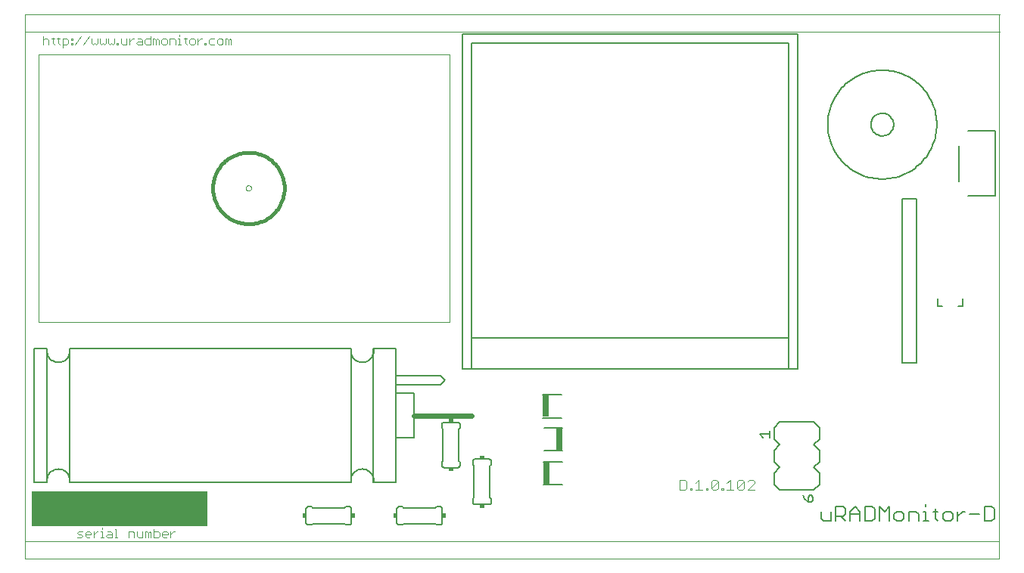
<source format=gto>
G75*
G70*
%OFA0B0*%
%FSLAX24Y24*%
%IPPOS*%
%LPD*%
%AMOC8*
5,1,8,0,0,1.08239X$1,22.5*
%
%ADD10C,0.0039*%
%ADD11C,0.0160*%
%ADD12R,0.7749X0.1575*%
%ADD13C,0.0030*%
%ADD14C,0.0060*%
%ADD15C,0.0000*%
%ADD16C,0.0040*%
%ADD17R,0.0079X0.0039*%
%ADD18R,0.0039X0.0039*%
%ADD19R,0.0118X0.0039*%
%ADD20R,0.0236X0.0039*%
%ADD21R,0.0157X0.0039*%
%ADD22R,0.0512X0.0039*%
%ADD23R,0.0197X0.0039*%
%ADD24R,0.0315X0.0039*%
%ADD25R,0.0354X0.0039*%
%ADD26R,0.0276X0.0039*%
%ADD27R,0.0394X0.0039*%
%ADD28R,0.0472X0.0039*%
%ADD29R,0.0433X0.0039*%
%ADD30R,0.0551X0.0039*%
%ADD31R,0.0591X0.0039*%
%ADD32R,0.1417X0.0039*%
%ADD33R,0.1457X0.0039*%
%ADD34R,0.1496X0.0039*%
%ADD35R,0.0669X0.0039*%
%ADD36R,0.0709X0.0039*%
%ADD37R,0.0827X0.0039*%
%ADD38R,0.1732X0.0039*%
%ADD39R,0.1535X0.0039*%
%ADD40R,0.1260X0.0039*%
%ADD41R,0.0945X0.0039*%
%ADD42R,0.0630X0.0039*%
%ADD43R,0.0984X0.0039*%
%ADD44R,0.0866X0.0039*%
%ADD45R,0.1102X0.0039*%
%ADD46R,0.0906X0.0039*%
%ADD47R,0.0787X0.0039*%
%ADD48R,0.1181X0.0039*%
%ADD49R,0.0748X0.0039*%
%ADD50R,0.1575X0.0039*%
%ADD51R,0.1378X0.0039*%
%ADD52R,0.1339X0.0039*%
%ADD53R,0.1024X0.0039*%
%ADD54R,0.1220X0.0039*%
%ADD55R,0.1063X0.0039*%
%ADD56R,0.2283X0.0039*%
%ADD57R,0.2244X0.0039*%
%ADD58R,0.2205X0.0039*%
%ADD59R,0.2165X0.0039*%
%ADD60R,0.2362X0.0039*%
%ADD61R,0.2402X0.0039*%
%ADD62R,0.2441X0.0039*%
%ADD63R,0.2520X0.0039*%
%ADD64R,0.2559X0.0039*%
%ADD65R,0.2598X0.0039*%
%ADD66R,0.2638X0.0039*%
%ADD67R,0.0200X0.0150*%
%ADD68C,0.0080*%
%ADD69R,0.0266X0.0965*%
%ADD70R,0.0150X0.0200*%
%ADD71C,0.0050*%
%ADD72C,0.0240*%
D10*
X000569Y000913D02*
X043482Y000913D01*
X043482Y001701D01*
X043482Y024909D01*
X043494Y024941D02*
X000581Y024941D01*
X000569Y024909D02*
X000569Y001701D01*
X043482Y001701D01*
X019281Y011358D02*
X001171Y011358D01*
X001171Y023169D01*
X019281Y023169D01*
X019281Y011358D01*
X000569Y001701D02*
X000569Y000913D01*
X000581Y024153D02*
X043494Y024153D01*
D11*
X008848Y017264D02*
X008850Y017343D01*
X008856Y017422D01*
X008866Y017501D01*
X008880Y017579D01*
X008897Y017656D01*
X008919Y017732D01*
X008944Y017807D01*
X008974Y017880D01*
X009006Y017952D01*
X009043Y018023D01*
X009083Y018091D01*
X009126Y018157D01*
X009172Y018221D01*
X009222Y018283D01*
X009275Y018342D01*
X009330Y018398D01*
X009389Y018452D01*
X009450Y018502D01*
X009513Y018550D01*
X009579Y018594D01*
X009647Y018635D01*
X009717Y018672D01*
X009788Y018706D01*
X009862Y018736D01*
X009936Y018762D01*
X010012Y018784D01*
X010089Y018803D01*
X010167Y018818D01*
X010245Y018829D01*
X010324Y018836D01*
X010403Y018839D01*
X010482Y018838D01*
X010561Y018833D01*
X010640Y018824D01*
X010718Y018811D01*
X010795Y018794D01*
X010872Y018774D01*
X010947Y018749D01*
X011021Y018721D01*
X011094Y018689D01*
X011164Y018654D01*
X011233Y018615D01*
X011300Y018572D01*
X011365Y018526D01*
X011427Y018478D01*
X011487Y018426D01*
X011544Y018371D01*
X011598Y018313D01*
X011649Y018253D01*
X011697Y018190D01*
X011742Y018125D01*
X011784Y018057D01*
X011822Y017988D01*
X011856Y017917D01*
X011887Y017844D01*
X011915Y017769D01*
X011938Y017694D01*
X011958Y017617D01*
X011974Y017540D01*
X011986Y017461D01*
X011994Y017383D01*
X011998Y017304D01*
X011998Y017224D01*
X011994Y017145D01*
X011986Y017067D01*
X011974Y016988D01*
X011958Y016911D01*
X011938Y016834D01*
X011915Y016759D01*
X011887Y016684D01*
X011856Y016611D01*
X011822Y016540D01*
X011784Y016471D01*
X011742Y016403D01*
X011697Y016338D01*
X011649Y016275D01*
X011598Y016215D01*
X011544Y016157D01*
X011487Y016102D01*
X011427Y016050D01*
X011365Y016002D01*
X011300Y015956D01*
X011233Y015913D01*
X011164Y015874D01*
X011094Y015839D01*
X011021Y015807D01*
X010947Y015779D01*
X010872Y015754D01*
X010795Y015734D01*
X010718Y015717D01*
X010640Y015704D01*
X010561Y015695D01*
X010482Y015690D01*
X010403Y015689D01*
X010324Y015692D01*
X010245Y015699D01*
X010167Y015710D01*
X010089Y015725D01*
X010012Y015744D01*
X009936Y015766D01*
X009862Y015792D01*
X009788Y015822D01*
X009717Y015856D01*
X009647Y015893D01*
X009579Y015934D01*
X009513Y015978D01*
X009450Y016026D01*
X009389Y016076D01*
X009330Y016130D01*
X009275Y016186D01*
X009222Y016245D01*
X009172Y016307D01*
X009126Y016371D01*
X009083Y016437D01*
X009043Y016505D01*
X009006Y016576D01*
X008974Y016648D01*
X008944Y016721D01*
X008919Y016796D01*
X008897Y016872D01*
X008880Y016949D01*
X008866Y017027D01*
X008856Y017106D01*
X008850Y017185D01*
X008848Y017264D01*
D12*
X004729Y003114D03*
D13*
X003975Y002295D02*
X003975Y002234D01*
X003975Y002110D02*
X003975Y001863D01*
X004036Y001863D02*
X003913Y001863D01*
X003913Y002110D02*
X003975Y002110D01*
X003791Y002110D02*
X003729Y002110D01*
X003606Y001987D01*
X003484Y001987D02*
X003484Y002049D01*
X003423Y002110D01*
X003299Y002110D01*
X003238Y002049D01*
X003238Y001925D01*
X003299Y001863D01*
X003423Y001863D01*
X003484Y001987D02*
X003238Y001987D01*
X003116Y001925D02*
X003054Y001987D01*
X002931Y001987D01*
X002869Y002049D01*
X002931Y002110D01*
X003116Y002110D01*
X003116Y001925D02*
X003054Y001863D01*
X002869Y001863D01*
X003606Y001863D02*
X003606Y002110D01*
X004158Y001925D02*
X004220Y001987D01*
X004405Y001987D01*
X004405Y002049D02*
X004405Y001863D01*
X004220Y001863D01*
X004158Y001925D01*
X004220Y002110D02*
X004344Y002110D01*
X004405Y002049D01*
X004527Y002234D02*
X004588Y002234D01*
X004588Y001863D01*
X004527Y001863D02*
X004650Y001863D01*
X005141Y001863D02*
X005141Y002110D01*
X005326Y002110D01*
X005387Y002049D01*
X005387Y001863D01*
X005509Y001925D02*
X005509Y002110D01*
X005509Y001925D02*
X005571Y001863D01*
X005756Y001863D01*
X005756Y002110D01*
X005877Y002110D02*
X005877Y001863D01*
X006001Y001863D02*
X006001Y002049D01*
X006062Y002110D01*
X006124Y002049D01*
X006124Y001863D01*
X006245Y001863D02*
X006431Y001863D01*
X006492Y001925D01*
X006492Y002049D01*
X006431Y002110D01*
X006245Y002110D01*
X006245Y002234D02*
X006245Y001863D01*
X006001Y002049D02*
X005939Y002110D01*
X005877Y002110D01*
X006614Y002049D02*
X006614Y001925D01*
X006676Y001863D01*
X006799Y001863D01*
X006861Y001987D02*
X006614Y001987D01*
X006614Y002049D02*
X006676Y002110D01*
X006799Y002110D01*
X006861Y002049D01*
X006861Y001987D01*
X006982Y001987D02*
X007106Y002110D01*
X007167Y002110D01*
X006982Y002110D02*
X006982Y001863D01*
X006955Y023598D02*
X006955Y023844D01*
X007141Y023844D01*
X007202Y023783D01*
X007202Y023598D01*
X007324Y023598D02*
X007447Y023598D01*
X007385Y023598D02*
X007385Y023844D01*
X007324Y023844D01*
X007385Y023968D02*
X007385Y024030D01*
X007569Y023844D02*
X007693Y023844D01*
X007631Y023906D02*
X007631Y023659D01*
X007693Y023598D01*
X007815Y023659D02*
X007876Y023598D01*
X008000Y023598D01*
X008062Y023659D01*
X008062Y023783D01*
X008000Y023844D01*
X007876Y023844D01*
X007815Y023783D01*
X007815Y023659D01*
X008183Y023598D02*
X008183Y023844D01*
X008183Y023721D02*
X008307Y023844D01*
X008368Y023844D01*
X008490Y023659D02*
X008552Y023659D01*
X008552Y023598D01*
X008490Y023598D01*
X008490Y023659D01*
X008674Y023659D02*
X008736Y023598D01*
X008921Y023598D01*
X009042Y023659D02*
X009104Y023598D01*
X009228Y023598D01*
X009289Y023659D01*
X009289Y023783D01*
X009228Y023844D01*
X009104Y023844D01*
X009042Y023783D01*
X009042Y023659D01*
X008921Y023844D02*
X008736Y023844D01*
X008674Y023783D01*
X008674Y023659D01*
X009411Y023598D02*
X009411Y023844D01*
X009473Y023844D01*
X009534Y023783D01*
X009596Y023844D01*
X009658Y023783D01*
X009658Y023598D01*
X009534Y023598D02*
X009534Y023783D01*
X006834Y023783D02*
X006772Y023844D01*
X006649Y023844D01*
X006587Y023783D01*
X006587Y023659D01*
X006649Y023598D01*
X006772Y023598D01*
X006834Y023659D01*
X006834Y023783D01*
X006466Y023783D02*
X006466Y023598D01*
X006342Y023598D02*
X006342Y023783D01*
X006404Y023844D01*
X006466Y023783D01*
X006342Y023783D02*
X006280Y023844D01*
X006219Y023844D01*
X006219Y023598D01*
X006097Y023598D02*
X005912Y023598D01*
X005850Y023659D01*
X005850Y023783D01*
X005912Y023844D01*
X006097Y023844D01*
X006097Y023968D02*
X006097Y023598D01*
X005729Y023598D02*
X005729Y023783D01*
X005667Y023844D01*
X005544Y023844D01*
X005544Y023721D02*
X005729Y023721D01*
X005729Y023598D02*
X005544Y023598D01*
X005482Y023659D01*
X005544Y023721D01*
X005360Y023844D02*
X005299Y023844D01*
X005175Y023721D01*
X005175Y023598D02*
X005175Y023844D01*
X005054Y023844D02*
X005054Y023598D01*
X004869Y023598D01*
X004807Y023659D01*
X004807Y023844D01*
X004684Y023659D02*
X004684Y023598D01*
X004623Y023598D01*
X004623Y023659D01*
X004684Y023659D01*
X004501Y023659D02*
X004501Y023844D01*
X004501Y023659D02*
X004440Y023598D01*
X004378Y023659D01*
X004316Y023598D01*
X004254Y023659D01*
X004254Y023844D01*
X004133Y023844D02*
X004133Y023659D01*
X004071Y023598D01*
X004010Y023659D01*
X003948Y023598D01*
X003886Y023659D01*
X003886Y023844D01*
X003765Y023844D02*
X003765Y023659D01*
X003703Y023598D01*
X003641Y023659D01*
X003579Y023598D01*
X003518Y023659D01*
X003518Y023844D01*
X003396Y023968D02*
X003149Y023598D01*
X002781Y023598D02*
X003028Y023968D01*
X002659Y023844D02*
X002659Y023783D01*
X002597Y023783D01*
X002597Y023844D01*
X002659Y023844D01*
X002659Y023659D02*
X002659Y023598D01*
X002597Y023598D01*
X002597Y023659D01*
X002659Y023659D01*
X002476Y023659D02*
X002414Y023598D01*
X002229Y023598D01*
X002107Y023598D02*
X002045Y023659D01*
X002045Y023906D01*
X001983Y023844D02*
X002107Y023844D01*
X002229Y023844D02*
X002414Y023844D01*
X002476Y023783D01*
X002476Y023659D01*
X002229Y023474D02*
X002229Y023844D01*
X001861Y023844D02*
X001738Y023844D01*
X001799Y023906D02*
X001799Y023659D01*
X001861Y023598D01*
X001616Y023598D02*
X001616Y023783D01*
X001554Y023844D01*
X001431Y023844D01*
X001369Y023783D01*
X001369Y023968D02*
X001369Y023598D01*
D14*
X018931Y006841D02*
X018931Y006691D01*
X018981Y006641D01*
X018981Y005241D01*
X018931Y005191D01*
X018931Y005041D01*
X018933Y005024D01*
X018937Y005007D01*
X018944Y004991D01*
X018954Y004977D01*
X018967Y004964D01*
X018981Y004954D01*
X018997Y004947D01*
X019014Y004943D01*
X019031Y004941D01*
X019631Y004941D01*
X019648Y004943D01*
X019665Y004947D01*
X019681Y004954D01*
X019695Y004964D01*
X019708Y004977D01*
X019718Y004991D01*
X019725Y005007D01*
X019729Y005024D01*
X019731Y005041D01*
X019731Y005191D01*
X019681Y005241D01*
X019681Y006641D01*
X019731Y006691D01*
X019731Y006841D01*
X019729Y006858D01*
X019725Y006875D01*
X019718Y006891D01*
X019708Y006905D01*
X019695Y006918D01*
X019681Y006928D01*
X019665Y006935D01*
X019648Y006939D01*
X019631Y006941D01*
X019031Y006941D01*
X019014Y006939D01*
X018997Y006935D01*
X018981Y006928D01*
X018967Y006918D01*
X018954Y006905D01*
X018944Y006891D01*
X018937Y006875D01*
X018933Y006858D01*
X018931Y006841D01*
X020406Y005316D02*
X021006Y005316D01*
X021023Y005314D01*
X021040Y005310D01*
X021056Y005303D01*
X021070Y005293D01*
X021083Y005280D01*
X021093Y005266D01*
X021100Y005250D01*
X021104Y005233D01*
X021106Y005216D01*
X021106Y005066D01*
X021056Y005016D01*
X021056Y003616D01*
X021106Y003566D01*
X021106Y003416D01*
X021104Y003399D01*
X021100Y003382D01*
X021093Y003366D01*
X021083Y003352D01*
X021070Y003339D01*
X021056Y003329D01*
X021040Y003322D01*
X021023Y003318D01*
X021006Y003316D01*
X020406Y003316D01*
X020389Y003318D01*
X020372Y003322D01*
X020356Y003329D01*
X020342Y003339D01*
X020329Y003352D01*
X020319Y003366D01*
X020312Y003382D01*
X020308Y003399D01*
X020306Y003416D01*
X020306Y003566D01*
X020356Y003616D01*
X020356Y005016D01*
X020306Y005066D01*
X020306Y005216D01*
X020308Y005233D01*
X020312Y005250D01*
X020319Y005266D01*
X020329Y005280D01*
X020342Y005293D01*
X020356Y005303D01*
X020372Y005310D01*
X020389Y005314D01*
X020406Y005316D01*
X018856Y003216D02*
X018706Y003216D01*
X018656Y003166D01*
X017256Y003166D01*
X017206Y003216D01*
X017056Y003216D01*
X017039Y003214D01*
X017022Y003210D01*
X017006Y003203D01*
X016992Y003193D01*
X016979Y003180D01*
X016969Y003166D01*
X016962Y003150D01*
X016958Y003133D01*
X016956Y003116D01*
X016956Y002516D01*
X016958Y002499D01*
X016962Y002482D01*
X016969Y002466D01*
X016979Y002452D01*
X016992Y002439D01*
X017006Y002429D01*
X017022Y002422D01*
X017039Y002418D01*
X017056Y002416D01*
X017206Y002416D01*
X017256Y002466D01*
X018656Y002466D01*
X018706Y002416D01*
X018856Y002416D01*
X018873Y002418D01*
X018890Y002422D01*
X018906Y002429D01*
X018920Y002439D01*
X018933Y002452D01*
X018943Y002466D01*
X018950Y002482D01*
X018954Y002499D01*
X018956Y002516D01*
X018956Y003116D01*
X018954Y003133D01*
X018950Y003150D01*
X018943Y003166D01*
X018933Y003180D01*
X018920Y003193D01*
X018906Y003203D01*
X018890Y003210D01*
X018873Y003214D01*
X018856Y003216D01*
X014956Y003116D02*
X014956Y002516D01*
X014954Y002499D01*
X014950Y002482D01*
X014943Y002466D01*
X014933Y002452D01*
X014920Y002439D01*
X014906Y002429D01*
X014890Y002422D01*
X014873Y002418D01*
X014856Y002416D01*
X014706Y002416D01*
X014656Y002466D01*
X013256Y002466D01*
X013206Y002416D01*
X013056Y002416D01*
X013039Y002418D01*
X013022Y002422D01*
X013006Y002429D01*
X012992Y002439D01*
X012979Y002452D01*
X012969Y002466D01*
X012962Y002482D01*
X012958Y002499D01*
X012956Y002516D01*
X012956Y003116D01*
X012958Y003133D01*
X012962Y003150D01*
X012969Y003166D01*
X012979Y003180D01*
X012992Y003193D01*
X013006Y003203D01*
X013022Y003210D01*
X013039Y003214D01*
X013056Y003216D01*
X013206Y003216D01*
X013256Y003166D01*
X014656Y003166D01*
X014706Y003216D01*
X014856Y003216D01*
X014873Y003214D01*
X014890Y003210D01*
X014906Y003203D01*
X014920Y003193D01*
X014933Y003180D01*
X014943Y003166D01*
X014950Y003150D01*
X014954Y003133D01*
X014956Y003116D01*
X033564Y004200D02*
X033564Y004700D01*
X033814Y004950D01*
X033564Y005200D01*
X033564Y005700D01*
X033814Y005950D01*
X033564Y006200D01*
X033564Y006700D01*
X033814Y006950D01*
X035314Y006950D01*
X035564Y006700D01*
X035564Y006200D01*
X035314Y005950D01*
X035564Y005700D01*
X035564Y005200D01*
X035314Y004950D01*
X035564Y004700D01*
X035564Y004200D01*
X035314Y003950D01*
X033814Y003950D01*
X033564Y004200D01*
X035634Y003005D02*
X035634Y002685D01*
X035741Y002578D01*
X036061Y002578D01*
X036061Y003005D01*
X036279Y002792D02*
X036599Y002792D01*
X036706Y002898D01*
X036706Y003112D01*
X036599Y003219D01*
X036279Y003219D01*
X036279Y002578D01*
X036492Y002792D02*
X036706Y002578D01*
X036923Y002578D02*
X036923Y003005D01*
X037137Y003219D01*
X037350Y003005D01*
X037350Y002578D01*
X037568Y002578D02*
X037888Y002578D01*
X037995Y002685D01*
X037995Y003112D01*
X037888Y003219D01*
X037568Y003219D01*
X037568Y002578D01*
X037350Y002898D02*
X036923Y002898D01*
X038212Y002578D02*
X038212Y003219D01*
X038426Y003005D01*
X038639Y003219D01*
X038639Y002578D01*
X038857Y002685D02*
X038857Y002898D01*
X038964Y003005D01*
X039177Y003005D01*
X039284Y002898D01*
X039284Y002685D01*
X039177Y002578D01*
X038964Y002578D01*
X038857Y002685D01*
X039502Y002578D02*
X039502Y003005D01*
X039822Y003005D01*
X039929Y002898D01*
X039929Y002578D01*
X040146Y002578D02*
X040360Y002578D01*
X040253Y002578D02*
X040253Y003005D01*
X040146Y003005D01*
X040253Y003219D02*
X040253Y003325D01*
X040683Y003112D02*
X040683Y002685D01*
X040789Y002578D01*
X041006Y002685D02*
X041006Y002898D01*
X041112Y003005D01*
X041326Y003005D01*
X041433Y002898D01*
X041433Y002685D01*
X041326Y002578D01*
X041112Y002578D01*
X041006Y002685D01*
X040789Y003005D02*
X040576Y003005D01*
X041650Y003005D02*
X041650Y002578D01*
X041650Y002792D02*
X041864Y003005D01*
X041970Y003005D01*
X042187Y002898D02*
X042614Y002898D01*
X042832Y002578D02*
X043152Y002578D01*
X043259Y002685D01*
X043259Y003112D01*
X043152Y003219D01*
X042832Y003219D01*
X042832Y002578D01*
X041890Y012056D02*
X041671Y012056D01*
X041890Y012056D02*
X041890Y012376D01*
X040990Y012056D02*
X040771Y012056D01*
X040771Y012376D01*
X037831Y020066D02*
X037833Y020110D01*
X037839Y020154D01*
X037849Y020197D01*
X037862Y020239D01*
X037879Y020280D01*
X037900Y020319D01*
X037924Y020356D01*
X037951Y020391D01*
X037981Y020423D01*
X038014Y020453D01*
X038050Y020479D01*
X038087Y020503D01*
X038127Y020522D01*
X038168Y020539D01*
X038211Y020551D01*
X038254Y020560D01*
X038298Y020565D01*
X038342Y020566D01*
X038386Y020563D01*
X038430Y020556D01*
X038473Y020545D01*
X038515Y020531D01*
X038555Y020513D01*
X038594Y020491D01*
X038630Y020467D01*
X038664Y020439D01*
X038696Y020408D01*
X038725Y020374D01*
X038751Y020338D01*
X038773Y020300D01*
X038792Y020260D01*
X038807Y020218D01*
X038819Y020176D01*
X038827Y020132D01*
X038831Y020088D01*
X038831Y020044D01*
X038827Y020000D01*
X038819Y019956D01*
X038807Y019914D01*
X038792Y019872D01*
X038773Y019832D01*
X038751Y019794D01*
X038725Y019758D01*
X038696Y019724D01*
X038664Y019693D01*
X038630Y019665D01*
X038594Y019641D01*
X038555Y019619D01*
X038515Y019601D01*
X038473Y019587D01*
X038430Y019576D01*
X038386Y019569D01*
X038342Y019566D01*
X038298Y019567D01*
X038254Y019572D01*
X038211Y019581D01*
X038168Y019593D01*
X038127Y019610D01*
X038087Y019629D01*
X038050Y019653D01*
X038014Y019679D01*
X037981Y019709D01*
X037951Y019741D01*
X037924Y019776D01*
X037900Y019813D01*
X037879Y019852D01*
X037862Y019893D01*
X037849Y019935D01*
X037839Y019978D01*
X037833Y020022D01*
X037831Y020066D01*
X035931Y020066D02*
X035934Y020184D01*
X035943Y020301D01*
X035957Y020418D01*
X035977Y020534D01*
X036003Y020649D01*
X036034Y020763D01*
X036071Y020875D01*
X036114Y020984D01*
X036161Y021092D01*
X036214Y021197D01*
X036272Y021300D01*
X036335Y021399D01*
X036403Y021496D01*
X036476Y021589D01*
X036553Y021678D01*
X036634Y021763D01*
X036719Y021844D01*
X036808Y021921D01*
X036901Y021994D01*
X036998Y022062D01*
X037097Y022125D01*
X037200Y022183D01*
X037305Y022236D01*
X037413Y022283D01*
X037522Y022326D01*
X037634Y022363D01*
X037748Y022394D01*
X037863Y022420D01*
X037979Y022440D01*
X038096Y022454D01*
X038213Y022463D01*
X038331Y022466D01*
X038449Y022463D01*
X038566Y022454D01*
X038683Y022440D01*
X038799Y022420D01*
X038914Y022394D01*
X039028Y022363D01*
X039140Y022326D01*
X039249Y022283D01*
X039357Y022236D01*
X039462Y022183D01*
X039565Y022125D01*
X039664Y022062D01*
X039761Y021994D01*
X039854Y021921D01*
X039943Y021844D01*
X040028Y021763D01*
X040109Y021678D01*
X040186Y021589D01*
X040259Y021496D01*
X040327Y021399D01*
X040390Y021300D01*
X040448Y021197D01*
X040501Y021092D01*
X040548Y020984D01*
X040591Y020875D01*
X040628Y020763D01*
X040659Y020649D01*
X040685Y020534D01*
X040705Y020418D01*
X040719Y020301D01*
X040728Y020184D01*
X040731Y020066D01*
X040728Y019948D01*
X040719Y019831D01*
X040705Y019714D01*
X040685Y019598D01*
X040659Y019483D01*
X040628Y019369D01*
X040591Y019257D01*
X040548Y019148D01*
X040501Y019040D01*
X040448Y018935D01*
X040390Y018832D01*
X040327Y018733D01*
X040259Y018636D01*
X040186Y018543D01*
X040109Y018454D01*
X040028Y018369D01*
X039943Y018288D01*
X039854Y018211D01*
X039761Y018138D01*
X039664Y018070D01*
X039565Y018007D01*
X039462Y017949D01*
X039357Y017896D01*
X039249Y017849D01*
X039140Y017806D01*
X039028Y017769D01*
X038914Y017738D01*
X038799Y017712D01*
X038683Y017692D01*
X038566Y017678D01*
X038449Y017669D01*
X038331Y017666D01*
X038213Y017669D01*
X038096Y017678D01*
X037979Y017692D01*
X037863Y017712D01*
X037748Y017738D01*
X037634Y017769D01*
X037522Y017806D01*
X037413Y017849D01*
X037305Y017896D01*
X037200Y017949D01*
X037097Y018007D01*
X036998Y018070D01*
X036901Y018138D01*
X036808Y018211D01*
X036719Y018288D01*
X036634Y018369D01*
X036553Y018454D01*
X036476Y018543D01*
X036403Y018636D01*
X036335Y018733D01*
X036272Y018832D01*
X036214Y018935D01*
X036161Y019040D01*
X036114Y019148D01*
X036071Y019257D01*
X036034Y019369D01*
X036003Y019483D01*
X035977Y019598D01*
X035957Y019714D01*
X035943Y019831D01*
X035934Y019948D01*
X035931Y020066D01*
D15*
X010305Y017264D02*
X010307Y017285D01*
X010313Y017305D01*
X010322Y017325D01*
X010334Y017342D01*
X010349Y017356D01*
X010367Y017368D01*
X010387Y017376D01*
X010407Y017381D01*
X010428Y017382D01*
X010449Y017379D01*
X010469Y017373D01*
X010488Y017362D01*
X010505Y017349D01*
X010518Y017333D01*
X010529Y017315D01*
X010537Y017295D01*
X010541Y017275D01*
X010541Y017253D01*
X010537Y017233D01*
X010529Y017213D01*
X010518Y017195D01*
X010505Y017179D01*
X010488Y017166D01*
X010469Y017155D01*
X010449Y017149D01*
X010428Y017146D01*
X010407Y017147D01*
X010387Y017152D01*
X010367Y017160D01*
X010349Y017172D01*
X010334Y017186D01*
X010322Y017203D01*
X010313Y017223D01*
X010307Y017243D01*
X010305Y017264D01*
D16*
X029411Y004405D02*
X029641Y004405D01*
X029718Y004328D01*
X029718Y004022D01*
X029641Y003945D01*
X029411Y003945D01*
X029411Y004405D01*
X030102Y004252D02*
X030255Y004405D01*
X030255Y003945D01*
X030102Y003945D02*
X030409Y003945D01*
X030562Y003945D02*
X030639Y003945D01*
X030639Y004022D01*
X030562Y004022D01*
X030562Y003945D01*
X030792Y004022D02*
X031099Y004328D01*
X031099Y004022D01*
X031023Y003945D01*
X030869Y003945D01*
X030792Y004022D01*
X030792Y004328D01*
X030869Y004405D01*
X031023Y004405D01*
X031099Y004328D01*
X031483Y004252D02*
X031636Y004405D01*
X031636Y003945D01*
X031483Y003945D02*
X031790Y003945D01*
X031943Y004022D02*
X032250Y004328D01*
X032250Y004022D01*
X032174Y003945D01*
X032020Y003945D01*
X031943Y004022D01*
X031943Y004328D01*
X032020Y004405D01*
X032174Y004405D01*
X032250Y004328D01*
X032404Y004328D02*
X032480Y004405D01*
X032634Y004405D01*
X032711Y004328D01*
X032711Y004252D01*
X032404Y003945D01*
X032711Y003945D01*
X031329Y003945D02*
X031253Y003945D01*
X031253Y004022D01*
X031329Y004022D01*
X031329Y003945D01*
X029948Y003945D02*
X029872Y003945D01*
X029872Y004022D01*
X029948Y004022D01*
X029948Y003945D01*
D17*
X029770Y004540D03*
X030006Y004580D03*
X030006Y004619D03*
X030006Y004737D03*
X030439Y004737D03*
X030439Y004540D03*
X031108Y004540D03*
X031108Y004658D03*
X031856Y004658D03*
X031856Y004540D03*
X032053Y004658D03*
X031581Y005564D03*
X031581Y005603D03*
X031581Y005643D03*
X031581Y005682D03*
X031541Y005761D03*
X031541Y005800D03*
X031502Y005840D03*
X031502Y005879D03*
X031463Y005918D03*
X031463Y005958D03*
X031423Y005997D03*
X031384Y006036D03*
X031344Y006076D03*
X030478Y005879D03*
X030400Y005840D03*
X030281Y005761D03*
X030242Y005721D03*
X030203Y005682D03*
X030163Y005643D03*
X030163Y005603D03*
X030163Y005564D03*
X032289Y006036D03*
X029222Y019862D03*
X028711Y020020D03*
X027687Y020020D03*
X025285Y020256D03*
X024537Y020886D03*
X023671Y020768D03*
X023356Y020335D03*
X023986Y020335D03*
X022805Y020886D03*
X022057Y020256D03*
X022411Y022027D03*
X022057Y022461D03*
X025285Y022461D03*
D18*
X024439Y021713D03*
X024518Y020925D03*
X023652Y020807D03*
X022903Y021752D03*
X022037Y022500D03*
X022037Y020216D03*
X032388Y005997D03*
X031561Y005721D03*
X030144Y004816D03*
X030222Y004737D03*
X030183Y004698D03*
X030183Y004658D03*
X030262Y004658D03*
X030262Y004698D03*
X030301Y004580D03*
X030301Y004540D03*
X030419Y004580D03*
X030419Y004619D03*
X030419Y004658D03*
X030419Y004698D03*
X030498Y004698D03*
X030537Y004658D03*
X030537Y004619D03*
X030498Y004580D03*
X030695Y004580D03*
X030695Y004619D03*
X030695Y004658D03*
X030734Y004698D03*
X030734Y004737D03*
X030774Y004658D03*
X030774Y004619D03*
X030774Y004580D03*
X030813Y004540D03*
X030852Y004580D03*
X030852Y004619D03*
X030852Y004658D03*
X030892Y004698D03*
X030892Y004737D03*
X030931Y004658D03*
X030931Y004619D03*
X030931Y004580D03*
X030931Y004540D03*
X031049Y004580D03*
X031049Y004619D03*
X031167Y004619D03*
X031167Y004580D03*
X031285Y004580D03*
X031285Y004619D03*
X031285Y004540D03*
X031403Y004540D03*
X031403Y004580D03*
X031403Y004619D03*
X031482Y004619D03*
X031482Y004580D03*
X031482Y004540D03*
X031482Y004658D03*
X031482Y004737D03*
X031640Y004737D03*
X031640Y004698D03*
X031640Y004619D03*
X031640Y004580D03*
X031640Y004540D03*
X031797Y004580D03*
X031797Y004619D03*
X031915Y004619D03*
X031915Y004580D03*
X032033Y004580D03*
X032033Y004619D03*
X032033Y004540D03*
X030695Y004540D03*
X030144Y004540D03*
X030144Y004580D03*
X030065Y004540D03*
X029986Y004540D03*
X029986Y004658D03*
X029986Y004698D03*
X030065Y004698D03*
X030065Y004658D03*
X029829Y004658D03*
X029829Y004619D03*
X029829Y004580D03*
X029711Y004580D03*
X029711Y004619D03*
X029711Y004658D03*
D19*
X030222Y004619D03*
X030459Y004973D03*
X031207Y004934D03*
X031325Y004658D03*
X031640Y004658D03*
X030537Y005918D03*
X030340Y005800D03*
X027195Y019862D03*
X025266Y020295D03*
X023652Y020335D03*
X022077Y020295D03*
X024439Y021752D03*
X025266Y022421D03*
X027195Y022461D03*
X029203Y022461D03*
X022077Y022421D03*
D20*
X022136Y022303D03*
X022884Y021831D03*
X023671Y021319D03*
X024459Y021831D03*
X025207Y022303D03*
X024655Y022618D03*
X027215Y022421D03*
X025207Y020413D03*
X024892Y019862D03*
X023986Y020374D03*
X023671Y020374D03*
X023671Y020413D03*
X023671Y020453D03*
X023671Y020492D03*
X023356Y020374D03*
X022136Y020374D03*
X030872Y005761D03*
X030872Y005721D03*
X030439Y005052D03*
X030872Y004816D03*
X029770Y004973D03*
D21*
X030045Y004855D03*
X030518Y004934D03*
X031266Y004973D03*
X032092Y006115D03*
X032211Y006076D03*
X028750Y020059D03*
X025246Y020335D03*
X024537Y020846D03*
X024459Y021791D03*
X025246Y022382D03*
X022884Y021791D03*
X022096Y022382D03*
X022805Y020846D03*
X022096Y020335D03*
D22*
X022628Y020335D03*
X024715Y020335D03*
X024478Y021949D03*
X024715Y022382D03*
X022628Y022382D03*
X027234Y022303D03*
X028218Y022657D03*
X028218Y022697D03*
X029163Y022303D03*
X029947Y005800D03*
X029907Y005761D03*
X029868Y005721D03*
X029829Y005682D03*
X029789Y005643D03*
X029750Y005603D03*
X029711Y005564D03*
X029671Y005525D03*
X029592Y005406D03*
X029553Y005328D03*
X030852Y004855D03*
X031285Y005249D03*
X031285Y005288D03*
D23*
X031285Y005013D03*
X031128Y004895D03*
X030616Y004895D03*
X030459Y005013D03*
X029947Y004895D03*
X029868Y004934D03*
X029203Y019902D03*
X027667Y020059D03*
X027195Y019902D03*
X025226Y020374D03*
X024557Y020807D03*
X022785Y020807D03*
X022116Y022342D03*
X024911Y022854D03*
X025226Y022342D03*
X029203Y022421D03*
D24*
X029183Y022382D03*
X027215Y022382D03*
X024852Y022815D03*
X024734Y022697D03*
X024695Y022657D03*
X024655Y022579D03*
X024459Y021870D03*
X024301Y021437D03*
X024340Y021398D03*
X024340Y021083D03*
X024301Y021043D03*
X023986Y020492D03*
X023986Y020453D03*
X024655Y020177D03*
X024695Y020020D03*
X024852Y019902D03*
X023002Y021083D03*
X022766Y020728D03*
X022687Y020138D03*
X022648Y020020D03*
X022608Y019980D03*
X023671Y021240D03*
X023671Y021279D03*
X023671Y021358D03*
X023671Y021398D03*
X023002Y021398D03*
X022884Y021870D03*
X022687Y022579D03*
X022648Y022697D03*
X027215Y019941D03*
X030872Y005840D03*
X030872Y005682D03*
X031305Y005091D03*
X030439Y005091D03*
X029691Y005013D03*
D25*
X029632Y005052D03*
X029553Y005091D03*
X030852Y005643D03*
X031285Y005131D03*
X027234Y019980D03*
X024793Y019941D03*
X024754Y019980D03*
X024557Y020728D03*
X023022Y021043D03*
X023022Y021437D03*
X022864Y021909D03*
X022667Y022539D03*
X022589Y022736D03*
X022549Y022776D03*
X022510Y022815D03*
X024675Y022539D03*
X024675Y022500D03*
X024754Y022736D03*
X024793Y022776D03*
X022667Y020177D03*
X022549Y019941D03*
X022510Y019902D03*
D26*
X022470Y019862D03*
X022667Y020059D03*
X022707Y020098D03*
X023337Y020413D03*
X023337Y020453D03*
X023337Y020492D03*
X022785Y020768D03*
X022982Y021122D03*
X022982Y021161D03*
X022982Y021201D03*
X022982Y021240D03*
X022982Y021279D03*
X022982Y021319D03*
X022982Y021358D03*
X024360Y021358D03*
X024360Y021319D03*
X024360Y021279D03*
X024360Y021240D03*
X024360Y021201D03*
X024360Y021161D03*
X024360Y021122D03*
X024557Y020768D03*
X024006Y020413D03*
X024636Y020138D03*
X024636Y020098D03*
X024675Y020059D03*
X022707Y022618D03*
X022667Y022657D03*
X022470Y022854D03*
X029203Y019941D03*
X031207Y006115D03*
X031049Y006076D03*
X030852Y005800D03*
X031285Y005052D03*
X031955Y006154D03*
D27*
X030951Y006036D03*
X030872Y005879D03*
X030872Y005603D03*
X030439Y005170D03*
X030439Y005131D03*
X029494Y005131D03*
X029183Y019980D03*
X029183Y022342D03*
X027215Y022342D03*
X024695Y022461D03*
X024459Y021909D03*
X023671Y021437D03*
X022766Y020689D03*
X022648Y020216D03*
X024655Y020216D03*
X022648Y022461D03*
X022648Y022500D03*
D28*
X022884Y021949D03*
X023671Y021201D03*
X024695Y020295D03*
X027215Y020020D03*
X029183Y020020D03*
X028199Y022736D03*
X028199Y022776D03*
X028199Y022815D03*
X029652Y005485D03*
X029612Y005446D03*
X029573Y005367D03*
X029533Y005288D03*
X029494Y005249D03*
X029494Y005210D03*
X029494Y005170D03*
X030439Y005210D03*
X030439Y005249D03*
X031305Y005210D03*
D29*
X031285Y005170D03*
X030852Y005564D03*
X030852Y005918D03*
X030892Y005997D03*
X024675Y020256D03*
X022667Y020256D03*
X022628Y020295D03*
X022628Y022421D03*
X024715Y022421D03*
D30*
X023671Y022027D03*
X022884Y021988D03*
X024695Y020374D03*
X027254Y020059D03*
X028199Y022500D03*
X028199Y022539D03*
X028199Y022579D03*
X028199Y022618D03*
X031108Y006351D03*
X030833Y005958D03*
X030439Y005328D03*
X030439Y005288D03*
X030006Y005840D03*
X030045Y005879D03*
D31*
X030104Y005918D03*
X030144Y005958D03*
X030222Y005997D03*
X031285Y005328D03*
X029163Y020059D03*
X029163Y022264D03*
X028218Y022461D03*
X027234Y022264D03*
X024715Y022342D03*
X024478Y021988D03*
X022628Y022342D03*
X023297Y020768D03*
X024045Y020768D03*
X022628Y020374D03*
D32*
X023671Y021673D03*
X030872Y005367D03*
D33*
X030852Y005406D03*
D34*
X030872Y005446D03*
X030872Y005485D03*
X030872Y005525D03*
X023671Y021594D03*
X023671Y021634D03*
D35*
X022628Y022303D03*
X030380Y006076D03*
X030301Y006036D03*
D36*
X030478Y006115D03*
X024695Y020689D03*
X024065Y020886D03*
X024065Y020925D03*
X023671Y021161D03*
X023277Y020925D03*
X023277Y020886D03*
D37*
X027470Y020413D03*
X027510Y020492D03*
X028888Y020492D03*
X028888Y020531D03*
X028927Y020413D03*
X030616Y006154D03*
D38*
X031148Y006194D03*
D39*
X031128Y006233D03*
X023652Y021555D03*
D40*
X023671Y021791D03*
X023671Y020728D03*
X023671Y020689D03*
X031108Y006273D03*
D41*
X031108Y006312D03*
X029065Y020177D03*
X028868Y020650D03*
X027529Y020650D03*
X027529Y020689D03*
X027490Y020768D03*
X027451Y020807D03*
X028199Y022303D03*
X024813Y020453D03*
X024734Y020571D03*
X023671Y020571D03*
X023671Y020531D03*
X022608Y020571D03*
X022529Y020453D03*
X022490Y020413D03*
X023671Y021949D03*
X024577Y022027D03*
X022529Y022264D03*
D42*
X022884Y022027D03*
X024695Y022303D03*
X024065Y020846D03*
X024065Y020807D03*
X024695Y020413D03*
X023277Y020807D03*
X023277Y020846D03*
X028199Y022382D03*
X028199Y022421D03*
D43*
X028888Y021594D03*
X029085Y020886D03*
X028888Y020728D03*
X028888Y020689D03*
X027510Y020728D03*
X027510Y021594D03*
X024833Y022264D03*
X024793Y022224D03*
X024754Y022185D03*
X024636Y022067D03*
X022707Y022067D03*
X022667Y022106D03*
X022628Y022146D03*
X022589Y022185D03*
X022549Y022224D03*
X022589Y020531D03*
X022549Y020492D03*
X024754Y020531D03*
X024793Y020492D03*
D44*
X023671Y021043D03*
X023671Y021083D03*
X022608Y020610D03*
X027333Y020138D03*
X027333Y020098D03*
X027411Y020295D03*
X027411Y020335D03*
X027451Y020374D03*
X027490Y020453D03*
X027529Y020531D03*
X027529Y020571D03*
X027411Y020846D03*
X027411Y021476D03*
X027451Y021516D03*
X028986Y021476D03*
X028986Y020846D03*
X028868Y020571D03*
X028907Y020453D03*
X028947Y020374D03*
X028986Y020335D03*
X028986Y020295D03*
X029026Y020256D03*
X029065Y020098D03*
D45*
X027608Y021634D03*
X023671Y021870D03*
X023671Y020610D03*
D46*
X024715Y020610D03*
X027352Y020216D03*
X027352Y020177D03*
X027392Y020256D03*
X027510Y020610D03*
X028888Y020610D03*
X028927Y020768D03*
X028966Y020807D03*
X029045Y020216D03*
X029085Y020138D03*
X028966Y021516D03*
X028927Y021555D03*
X027470Y021555D03*
D47*
X028199Y022342D03*
X024734Y020650D03*
X023671Y021122D03*
X022608Y020650D03*
X023671Y021988D03*
D48*
X023671Y021831D03*
X023671Y020650D03*
X027136Y021083D03*
X027136Y021122D03*
X027136Y021161D03*
X027136Y021201D03*
X027136Y021240D03*
X027215Y020925D03*
X029183Y020925D03*
X029262Y021043D03*
X029262Y021083D03*
X029262Y021122D03*
X029262Y021161D03*
X029262Y021201D03*
X029262Y021240D03*
X029262Y021279D03*
X028199Y022264D03*
D49*
X024085Y020965D03*
X023258Y020965D03*
D50*
X023671Y021004D03*
X023671Y021476D03*
X023671Y021516D03*
D51*
X023652Y021713D03*
D52*
X023671Y021752D03*
D53*
X023671Y021909D03*
X024695Y022106D03*
X024734Y022146D03*
X027333Y020886D03*
D54*
X027155Y020965D03*
X027155Y021004D03*
X027155Y021043D03*
X027155Y021279D03*
X027155Y021319D03*
X027155Y021358D03*
X027195Y021398D03*
X029203Y021398D03*
X029242Y021358D03*
X029242Y021319D03*
X029242Y021004D03*
X029242Y020965D03*
D55*
X029124Y021437D03*
X028809Y021634D03*
X027313Y021437D03*
D56*
X028199Y021673D03*
X028199Y021909D03*
D57*
X028218Y021870D03*
X028218Y021713D03*
D58*
X028199Y021752D03*
X028199Y021831D03*
D59*
X028218Y021791D03*
D60*
X028199Y021949D03*
D61*
X028218Y021988D03*
D62*
X028199Y022027D03*
D63*
X028199Y022067D03*
D64*
X028218Y022106D03*
D65*
X028199Y022146D03*
X028199Y022224D03*
D66*
X028218Y022185D03*
D67*
X019331Y007016D03*
X020706Y005391D03*
X019331Y004866D03*
X020706Y003241D03*
D68*
X023423Y004179D02*
X024234Y004179D01*
X024234Y005203D02*
X023423Y005203D01*
X023427Y005679D02*
X024238Y005679D01*
X024238Y006703D02*
X023427Y006703D01*
X023386Y007140D02*
X024197Y007140D01*
X024197Y008163D02*
X023386Y008163D01*
X041719Y017564D02*
X041719Y019139D01*
X042113Y019788D02*
X043294Y019788D01*
X043294Y016914D01*
X042113Y016914D01*
D69*
X023507Y007652D03*
X024117Y006191D03*
X023544Y004691D03*
D70*
X019031Y002816D03*
X016881Y002816D03*
X015031Y002816D03*
X012881Y002816D03*
D71*
X014940Y004275D02*
X014940Y010180D01*
X002538Y010180D01*
X002538Y004275D01*
X014940Y004275D01*
X014933Y004318D01*
X014930Y004363D01*
X014931Y004407D01*
X014936Y004451D01*
X014945Y004495D01*
X014958Y004537D01*
X014974Y004578D01*
X014994Y004618D01*
X015017Y004656D01*
X015044Y004691D01*
X015073Y004724D01*
X015106Y004755D01*
X015141Y004782D01*
X015178Y004806D01*
X015217Y004827D01*
X015258Y004844D01*
X015300Y004857D01*
X015344Y004867D01*
X015388Y004873D01*
X015432Y004875D01*
X015476Y004873D01*
X015520Y004867D01*
X015564Y004857D01*
X015606Y004844D01*
X015647Y004827D01*
X015686Y004806D01*
X015723Y004782D01*
X015758Y004755D01*
X015791Y004724D01*
X015820Y004691D01*
X015847Y004656D01*
X015870Y004618D01*
X015890Y004578D01*
X015906Y004537D01*
X015919Y004495D01*
X015928Y004451D01*
X015933Y004407D01*
X015934Y004363D01*
X015931Y004318D01*
X015924Y004275D01*
X015924Y010180D01*
X016908Y010180D01*
X016908Y008999D01*
X018877Y008999D01*
X019074Y008802D01*
X018877Y008605D01*
X016908Y008605D01*
X016908Y008212D01*
X017696Y008212D01*
X017696Y007227D01*
X017696Y006243D01*
X016908Y006243D01*
X016908Y004275D01*
X015924Y004275D01*
X016908Y006243D02*
X016908Y008212D01*
X016908Y008605D02*
X016908Y008999D01*
X015924Y010180D02*
X015931Y010137D01*
X015934Y010092D01*
X015933Y010048D01*
X015928Y010004D01*
X015919Y009960D01*
X015906Y009918D01*
X015890Y009877D01*
X015870Y009837D01*
X015847Y009799D01*
X015820Y009764D01*
X015791Y009731D01*
X015758Y009700D01*
X015723Y009673D01*
X015686Y009649D01*
X015647Y009628D01*
X015606Y009611D01*
X015564Y009598D01*
X015520Y009588D01*
X015476Y009582D01*
X015432Y009580D01*
X015388Y009582D01*
X015344Y009588D01*
X015300Y009598D01*
X015258Y009611D01*
X015217Y009628D01*
X015178Y009649D01*
X015141Y009673D01*
X015106Y009700D01*
X015073Y009731D01*
X015044Y009764D01*
X015017Y009799D01*
X014994Y009837D01*
X014974Y009877D01*
X014958Y009918D01*
X014945Y009960D01*
X014936Y010004D01*
X014931Y010048D01*
X014930Y010092D01*
X014933Y010137D01*
X014940Y010180D01*
X019844Y009295D02*
X020237Y009295D01*
X020237Y010673D01*
X034214Y010673D01*
X034214Y009295D01*
X020237Y009295D01*
X019844Y009295D02*
X019844Y024059D01*
X034607Y024059D01*
X034607Y009295D01*
X034214Y009295D01*
X034214Y010673D02*
X034214Y023665D01*
X020237Y023665D01*
X020237Y010673D01*
X032939Y006414D02*
X033089Y006264D01*
X032939Y006414D02*
X033389Y006414D01*
X033389Y006264D02*
X033389Y006565D01*
X034839Y003715D02*
X034914Y003564D01*
X035064Y003414D01*
X035064Y003640D01*
X035139Y003715D01*
X035214Y003715D01*
X035289Y003640D01*
X035289Y003489D01*
X035214Y003414D01*
X035064Y003414D01*
X039207Y009559D02*
X039207Y016803D01*
X039837Y016803D01*
X039837Y009559D01*
X039207Y009559D01*
X002538Y010180D02*
X002545Y010137D01*
X002548Y010092D01*
X002547Y010048D01*
X002542Y010004D01*
X002533Y009960D01*
X002520Y009918D01*
X002504Y009877D01*
X002484Y009837D01*
X002461Y009799D01*
X002434Y009764D01*
X002405Y009731D01*
X002372Y009700D01*
X002337Y009673D01*
X002300Y009649D01*
X002261Y009628D01*
X002220Y009611D01*
X002178Y009598D01*
X002134Y009588D01*
X002090Y009582D01*
X002046Y009580D01*
X002002Y009582D01*
X001958Y009588D01*
X001914Y009598D01*
X001872Y009611D01*
X001831Y009628D01*
X001792Y009649D01*
X001755Y009673D01*
X001720Y009700D01*
X001687Y009731D01*
X001658Y009764D01*
X001631Y009799D01*
X001608Y009837D01*
X001588Y009877D01*
X001572Y009918D01*
X001559Y009960D01*
X001550Y010004D01*
X001545Y010048D01*
X001544Y010092D01*
X001547Y010137D01*
X001554Y010180D01*
X001554Y004275D01*
X000964Y004275D01*
X000964Y010180D01*
X001554Y010180D01*
X001554Y004275D02*
X001547Y004318D01*
X001544Y004363D01*
X001545Y004407D01*
X001550Y004451D01*
X001559Y004495D01*
X001572Y004537D01*
X001588Y004578D01*
X001608Y004618D01*
X001631Y004656D01*
X001658Y004691D01*
X001687Y004724D01*
X001720Y004755D01*
X001755Y004782D01*
X001792Y004806D01*
X001831Y004827D01*
X001872Y004844D01*
X001914Y004857D01*
X001958Y004867D01*
X002002Y004873D01*
X002046Y004875D01*
X002090Y004873D01*
X002134Y004867D01*
X002178Y004857D01*
X002220Y004844D01*
X002261Y004827D01*
X002300Y004806D01*
X002337Y004782D01*
X002372Y004755D01*
X002405Y004724D01*
X002434Y004691D01*
X002461Y004656D01*
X002484Y004618D01*
X002504Y004578D01*
X002520Y004537D01*
X002533Y004495D01*
X002542Y004451D01*
X002547Y004407D01*
X002548Y004363D01*
X002545Y004318D01*
X002538Y004275D01*
D72*
X017696Y007227D02*
X020255Y007227D01*
M02*

</source>
